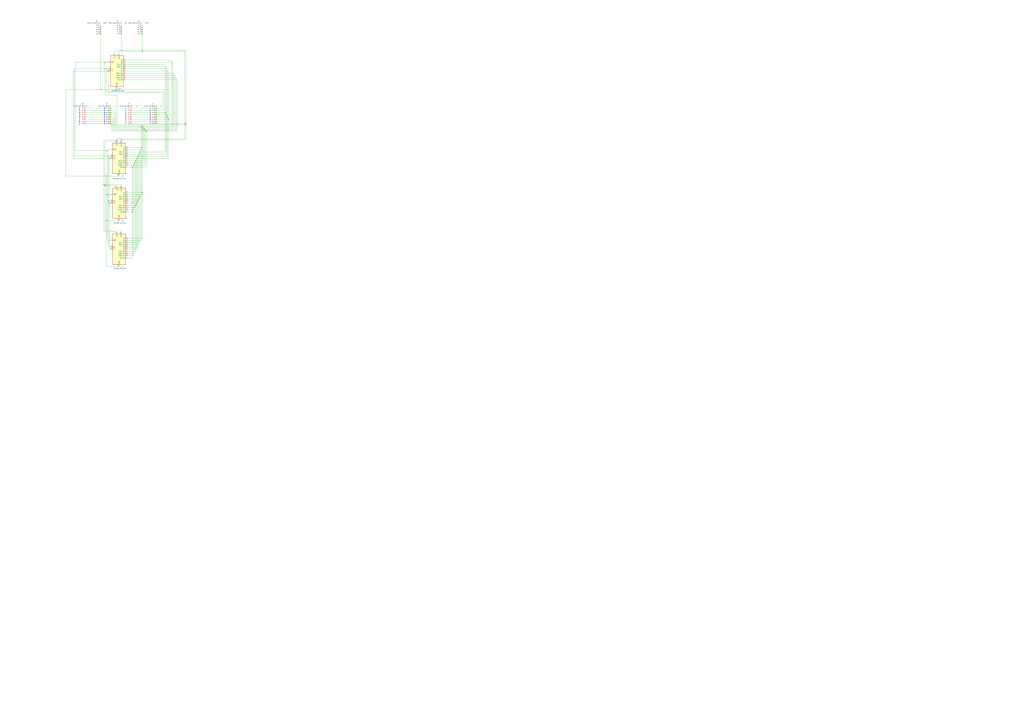
<source format=kicad_sch>
(kicad_sch (version 20250114) (generator "eeschema") (generator_version "9.0")
  (paper "A0")
  (lib_symbols
    (symbol "Connector:Conn_01x05_Pin" (pin_names (offset 1.016) (hide yes))
      (property "Reference" "J" (at 0 7.62 0))
      (property "Value" "Conn_01x05_Pin" (at 0 -7.62 0))
      (symbol "Conn_01x05_Pin_1_1"
        (rectangle (start 0.8636 5.207) (end 0 4.953) (stroke (width 0.1524)) (fill (type outline)))
        (rectangle (start 0.8636 2.667) (end 0 2.413) (stroke (width 0.1524)) (fill (type outline)))
        (rectangle (start 0.8636 0.127) (end 0 -0.127) (stroke (width 0.1524)) (fill (type outline)))
        (rectangle (start 0.8636 -2.413) (end 0 -2.667) (stroke (width 0.1524)) (fill (type outline)))
        (rectangle (start 0.8636 -4.953) (end 0 -5.207) (stroke (width 0.1524)) (fill (type outline)))
        (polyline (pts (xy 1.27 5.08) (xy 0.8636 5.08)) (stroke (width 0.1524)))
        (polyline (pts (xy 1.27 2.54) (xy 0.8636 2.54)) (stroke (width 0.1524)))
        (polyline (pts (xy 1.27 0) (xy 0.8636 0)) (stroke (width 0.1524)))
        (polyline (pts (xy 1.27 -2.54) (xy 0.8636 -2.54)) (stroke (width 0.1524)))
        (polyline (pts (xy 1.27 -5.08) (xy 0.8636 -5.08)) (stroke (width 0.1524)))
        (pin passive line (at 5.08 5.08 180) (length 3.81) (name "Pin_1") (number "1"))
        (pin passive line (at 5.08 2.54 180) (length 3.81) (name "Pin_2") (number "2"))
        (pin passive line (at 5.08 0 180) (length 3.81) (name "Pin_3") (number "3"))
        (pin passive line (at 5.08 -2.54 180) (length 3.81) (name "Pin_4") (number "4"))
        (pin passive line (at 5.08 -5.08 180) (length 3.81) (name "Pin_5") (number "5"))
      )
    )
    (symbol "Connector:Conn_01x08_Pin" (pin_names (offset 1.016) (hide yes))
      (property "Reference" "J" (at 0 10.16 0))
      (property "Value" "Conn_01x08_Pin" (at 0 -12.7 0))
      (symbol "Conn_01x08_Pin_1_1"
        (rectangle (start 0.8636 7.747) (end 0 7.493) (stroke (width 0.1524)) (fill (type outline)))
        (rectangle (start 0.8636 5.207) (end 0 4.953) (stroke (width 0.1524)) (fill (type outline)))
        (rectangle (start 0.8636 2.667) (end 0 2.413) (stroke (width 0.1524)) (fill (type outline)))
        (rectangle (start 0.8636 0.127) (end 0 -0.127) (stroke (width 0.1524)) (fill (type outline)))
        (rectangle (start 0.8636 -2.413) (end 0 -2.667) (stroke (width 0.1524)) (fill (type outline)))
        (rectangle (start 0.8636 -4.953) (end 0 -5.207) (stroke (width 0.1524)) (fill (type outline)))
        (rectangle (start 0.8636 -7.493) (end 0 -7.747) (stroke (width 0.1524)) (fill (type outline)))
        (rectangle (start 0.8636 -10.033) (end 0 -10.287) (stroke (width 0.1524)) (fill (type outline)))
        (polyline (pts (xy 1.27 7.62) (xy 0.8636 7.62)) (stroke (width 0.1524)))
        (polyline (pts (xy 1.27 5.08) (xy 0.8636 5.08)) (stroke (width 0.1524)))
        (polyline (pts (xy 1.27 2.54) (xy 0.8636 2.54)) (stroke (width 0.1524)))
        (polyline (pts (xy 1.27 0) (xy 0.8636 0)) (stroke (width 0.1524)))
        (polyline (pts (xy 1.27 -2.54) (xy 0.8636 -2.54)) (stroke (width 0.1524)))
        (polyline (pts (xy 1.27 -5.08) (xy 0.8636 -5.08)) (stroke (width 0.1524)))
        (polyline (pts (xy 1.27 -7.62) (xy 0.8636 -7.62)) (stroke (width 0.1524)))
        (polyline (pts (xy 1.27 -10.16) (xy 0.8636 -10.16)) (stroke (width 0.1524)))
        (pin passive line (at 5.08 7.62 180) (length 3.81) (name "Pin_1") (number "1"))
        (pin passive line (at 5.08 5.08 180) (length 3.81) (name "Pin_2") (number "2"))
        (pin passive line (at 5.08 2.54 180) (length 3.81) (name "Pin_3") (number "3"))
        (pin passive line (at 5.08 0 180) (length 3.81) (name "Pin_4") (number "4"))
        (pin passive line (at 5.08 -2.54 180) (length 3.81) (name "Pin_5") (number "5"))
        (pin passive line (at 5.08 -5.08 180) (length 3.81) (name "Pin_6") (number "6"))
        (pin passive line (at 5.08 -7.62 180) (length 3.81) (name "Pin_7") (number "7"))
        (pin passive line (at 5.08 -10.16 180) (length 3.81) (name "Pin_8") (number "8"))
      )
    )
    (symbol "RF_Module:WEMOS_D1_mini"
      (property "Reference" "U" (at 3.81 19.05 0))
      (property "Value" "WEMOS_D1_mini" (at 1.27 -19.05 0))
      (symbol "WEMOS_D1_mini_1_1"
        (rectangle (start -7.62 17.78) (end 7.62 -17.78) (stroke (width 0.254)) (fill (type background)))
        (pin input line (at -10.16 10.16 0) (length 2.54) (name "~{RST}") (number "1"))
        (pin input line (at -10.16 2.54 0) (length 2.54) (name "RX") (number "15"))
        (pin output line (at -10.16 0 0) (length 2.54) (name "TX") (number "16"))
        (pin power_in line (at -2.54 20.32 270) (length 2.54) (name "5V") (number "9"))
        (pin power_in line (at 0 -20.32 90) (length 2.54) (name "GND") (number "10"))
        (pin power_out line (at 2.54 20.32 270) (length 2.54) (name "3V3") (number "8"))
        (pin input line (at 10.16 12.7 180) (length 2.54) (name "A0") (number "2"))
        (pin bidirectional line (at 10.16 10.16 180) (length 2.54) (name "D0") (number "3"))
        (pin bidirectional line (at 10.16 7.62 180) (length 2.54) (name "SCL/D1") (number "14"))
        (pin bidirectional line (at 10.16 5.08 180) (length 2.54) (name "SDA/D2") (number "13"))
        (pin bidirectional line (at 10.16 2.54 180) (length 2.54) (name "D3") (number "12"))
        (pin bidirectional line (at 10.16 0 180) (length 2.54) (name "D4") (number "11"))
        (pin bidirectional line (at 10.16 -2.54 180) (length 2.54) (name "SCK/D5") (number "4"))
        (pin bidirectional line (at 10.16 -5.08 180) (length 2.54) (name "MISO/D6") (number "5"))
        (pin bidirectional line (at 10.16 -7.62 180) (length 2.54) (name "MOSI/D7") (number "6"))
        (pin bidirectional line (at 10.16 -10.16 180) (length 2.54) (name "CS/D8") (number "7"))
      )
    )
  )
  (text "5V G D4 D3 D2 D1 RX TX" (at 146.05 134.874 90) (effects (font (size 0.9652 0.9652))))
  (text "3V D8 D7 D6 D5 D0 A0 RS" (at 92.456 135.128 90) (effects (font (size 0.9652 0.9652))))
  (text "5V G D4 D3 D2 D1 RX TX" (at 174.498 134.874 90) (effects (font (size 0.9652 0.9652))))
  (text "3V D8 D7 D6 D5 D0 A0 RS" (at 121.412 134.874 90) (effects (font (size 0.9652 0.9652))))
  (junction (at 160.02 181.61))
  (junction (at 165.1 31.75))
  (junction (at 195.58 138.43))
  (junction (at 128.27 128.27))
  (junction (at 128.27 140.97))
  (junction (at 156.21 241.3))
  (junction (at 124.46 175.26))
  (junction (at 116.84 104.14))
  (junction (at 128.27 130.81))
  (junction (at 160.02 233.68))
  (junction (at 214.63 143.51))
  (junction (at 120.65 214.63))
  (junction (at 128.27 125.73))
  (junction (at 163.83 147.32))
  (junction (at 140.97 36.83))
  (junction (at 116.84 34.29))
  (junction (at 168.91 151.13))
  (junction (at 116.84 39.37))
  (junction (at 158.75 236.22))
  (junction (at 123.19 256.54))
  (junction (at 135.89 163.83))
  (junction (at 128.27 143.51))
  (junction (at 194.31 135.89))
  (junction (at 181.61 140.97))
  (junction (at 127 236.22))
  (junction (at 154.94 243.84))
  (junction (at 135.89 104.14))
  (junction (at 157.48 186.69))
  (junction (at 165.1 59.69))
  (junction (at 158.75 184.15))
  (junction (at 181.61 138.43))
  (junction (at 165.1 171.45))
  (junction (at 154.94 191.77))
  (junction (at 128.27 135.89))
  (junction (at 116.84 31.75))
  (junction (at 181.61 135.89))
  (junction (at 128.27 133.35))
  (junction (at 191.77 130.81))
  (junction (at 140.97 39.37))
  (junction (at 127 184.15))
  (junction (at 140.97 31.75))
  (junction (at 181.61 133.35))
  (junction (at 124.46 226.06))
  (junction (at 162.56 176.53))
  (junction (at 140.97 58.42))
  (junction (at 166.37 148.59))
  (junction (at 165.1 34.29))
  (junction (at 128.27 138.43))
  (junction (at 181.61 143.51))
  (junction (at 125.73 181.61))
  (junction (at 165.1 39.37))
  (junction (at 165.1 223.52))
  (junction (at 161.29 231.14))
  (junction (at 140.97 34.29))
  (junction (at 161.29 179.07))
  (junction (at 165.1 146.05))
  (junction (at 153.67 194.31))
  (junction (at 193.04 133.35))
  (junction (at 162.56 228.6))
  (junction (at 181.61 125.73))
  (junction (at 140.97 162.56))
  (junction (at 163.83 173.99))
  (junction (at 123.19 80.01))
  (junction (at 157.48 238.76))
  (junction (at 165.1 36.83))
  (junction (at 170.18 152.4))
  (junction (at 163.83 226.06))
  (junction (at 167.64 149.86))
  (junction (at 121.92 215.9))
  (junction (at 123.19 204.47))
  (junction (at 125.73 233.68))
  (junction (at 215.9 144.78))
  (junction (at 121.92 72.39))
  (junction (at 153.67 246.38))
  (junction (at 116.84 36.83))
  (junction (at 181.61 128.27))
  (junction (at 156.21 189.23))
  (junction (at 181.61 130.81))
  (junction (at 125.73 82.55))
  (wire (pts (xy 191.77 130.81) (xy 191.77 74.93)))
  (wire (pts (xy 166.37 148.59) (xy 133.35 148.59)))
  (wire (pts (xy 167.64 189.23) (xy 167.64 149.86)))
  (wire (pts (xy 127 236.22) (xy 127 184.15)))
  (wire (pts (xy 140.97 39.37) (xy 140.97 58.42)))
  (wire (pts (xy 189.23 107.95) (xy 189.23 125.73)))
  (wire (pts (xy 153.67 299.72) (xy 153.67 246.38)))
  (wire (pts (xy 123.19 80.01) (xy 123.19 106.68)))
  (wire (pts (xy 120.65 267.97) (xy 140.97 267.97)))
  (wire (pts (xy 128.27 143.51) (xy 128.27 144.78)))
  (wire (pts (xy 85.09 82.55) (xy 85.09 184.15)))
  (wire (pts (xy 161.29 179.07) (xy 193.04 179.07)))
  (wire (pts (xy 86.36 80.01) (xy 86.36 181.61)))
  (wire (pts (xy 153.67 246.38) (xy 153.67 194.31)))
  (wire (pts (xy 165.1 59.69) (xy 215.9 59.69)))
  (wire (pts (xy 125.73 233.68) (xy 125.73 287.02)))
  (wire (pts (xy 215.9 144.78) (xy 215.9 59.69)))
  (wire (pts (xy 140.97 36.83) (xy 140.97 39.37)))
  (wire (pts (xy 157.48 186.69) (xy 148.59 186.69)))
  (wire (pts (xy 165.1 146.05) (xy 135.89 146.05)))
  (wire (pts (xy 123.19 204.47) (xy 76.2 204.47)))
  (wire (pts (xy 201.93 148.59) (xy 166.37 148.59)))
  (wire (pts (xy 154.94 297.18) (xy 154.94 243.84)))
  (wire (pts (xy 148.59 299.72) (xy 153.67 299.72)))
  (wire (pts (xy 148.59 189.23) (xy 156.21 189.23)))
  (wire (pts (xy 87.63 72.39) (xy 87.63 175.26)))
  (wire (pts (xy 130.81 138.43) (xy 128.27 138.43)))
  (wire (pts (xy 162.56 228.6) (xy 162.56 176.53)))
  (wire (pts (xy 148.59 238.76) (xy 157.48 238.76)))
  (wire (pts (xy 196.85 104.14) (xy 196.85 140.97)))
  (wire (pts (xy 200.66 72.39) (xy 200.66 147.32)))
  (wire (pts (xy 167.64 149.86) (xy 203.2 149.86)))
  (wire (pts (xy 123.19 106.68) (xy 190.5 106.68)))
  (wire (pts (xy 146.05 90.17) (xy 204.47 90.17)))
  (wire (pts (xy 191.77 130.81) (xy 191.77 176.53)))
  (wire (pts (xy 140.97 215.9) (xy 140.97 214.63)))
  (wire (pts (xy 163.83 147.32) (xy 134.62 147.32)))
  (wire (pts (xy 100.33 130.81) (xy 128.27 130.81)))
  (wire (pts (xy 123.19 80.01) (xy 86.36 80.01)))
  (wire (pts (xy 205.74 152.4) (xy 205.74 92.71)))
  (wire (pts (xy 214.63 58.42) (xy 214.63 143.51)))
  (wire (pts (xy 140.97 162.56) (xy 215.9 162.56)))
  (wire (pts (xy 100.33 135.89) (xy 128.27 135.89)))
  (wire (pts (xy 140.97 31.75) (xy 140.97 34.29)))
  (wire (pts (xy 129.54 140.97) (xy 129.54 152.4)))
  (wire (pts (xy 160.02 181.61) (xy 148.59 181.61)))
  (wire (pts (xy 205.74 92.71) (xy 146.05 92.71)))
  (wire (pts (xy 181.61 128.27) (xy 190.5 128.27)))
  (wire (pts (xy 193.04 179.07) (xy 193.04 133.35)))
  (wire (pts (xy 170.18 194.31) (xy 170.18 152.4)))
  (wire (pts (xy 127 289.56) (xy 128.27 289.56)))
  (wire (pts (xy 154.94 243.84) (xy 148.59 243.84)))
  (wire (pts (xy 193.04 133.35) (xy 193.04 77.47)))
  (wire (pts (xy 125.73 181.61) (xy 128.27 181.61)))
  (wire (pts (xy 128.27 144.78) (xy 215.9 144.78)))
  (wire (pts (xy 196.85 104.14) (xy 135.89 104.14)))
  (wire (pts (xy 125.73 287.02) (xy 128.27 287.02)))
  (wire (pts (xy 128.27 233.68) (xy 125.73 233.68)))
  (wire (pts (xy 148.59 231.14) (xy 161.29 231.14)))
  (wire (pts (xy 127 184.15) (xy 85.09 184.15)))
  (wire (pts (xy 203.2 149.86) (xy 203.2 87.63)))
  (wire (pts (xy 168.91 191.77) (xy 168.91 151.13)))
  (wire (pts (xy 128.27 135.89) (xy 132.08 135.89)))
  (wire (pts (xy 181.61 130.81) (xy 191.77 130.81)))
  (wire (pts (xy 140.97 29.21) (xy 140.97 31.75)))
  (wire (pts (xy 148.59 233.68) (xy 160.02 233.68)))
  (wire (pts (xy 116.84 29.21) (xy 116.84 31.75)))
  (wire (pts (xy 116.84 36.83) (xy 116.84 39.37)))
  (wire (pts (xy 181.61 135.89) (xy 153.67 135.89)))
  (wire (pts (xy 199.39 146.05) (xy 165.1 146.05)))
  (wire (pts (xy 125.73 82.55) (xy 85.09 82.55)))
  (wire (pts (xy 162.56 176.53) (xy 191.77 176.53)))
  (wire (pts (xy 157.48 238.76) (xy 157.48 186.69)))
  (wire (pts (xy 165.1 39.37) (xy 165.1 59.69)))
  (wire (pts (xy 121.92 215.9) (xy 121.92 163.83)))
  (wire (pts (xy 124.46 279.4) (xy 128.27 279.4)))
  (wire (pts (xy 165.1 171.45) (xy 165.1 223.52)))
  (wire (pts (xy 116.84 104.14) (xy 76.2 104.14)))
  (wire (pts (xy 194.31 135.89) (xy 194.31 80.01)))
  (wire (pts (xy 162.56 281.94) (xy 148.59 281.94)))
  (wire (pts (xy 204.47 151.13) (xy 168.91 151.13)))
  (wire (pts (xy 153.67 194.31) (xy 170.18 194.31)))
  (wire (pts (xy 148.59 184.15) (xy 158.75 184.15)))
  (wire (pts (xy 154.94 191.77) (xy 168.91 191.77)))
  (wire (pts (xy 163.83 173.99) (xy 163.83 226.06)))
  (wire (pts (xy 138.43 59.69) (xy 138.43 62.23)))
  (wire (pts (xy 130.81 151.13) (xy 130.81 138.43)))
  (wire (pts (xy 128.27 173.99) (xy 124.46 173.99)))
  (wire (pts (xy 165.1 36.83) (xy 165.1 39.37)))
  (wire (pts (xy 127 184.15) (xy 128.27 184.15)))
  (wire (pts (xy 195.58 82.55) (xy 146.05 82.55)))
  (wire (pts (xy 123.19 256.54) (xy 123.19 309.88)))
  (wire (pts (xy 195.58 184.15) (xy 195.58 138.43)))
  (wire (pts (xy 140.97 34.29) (xy 140.97 36.83)))
  (wire (pts (xy 120.65 214.63) (xy 120.65 267.97)))
  (wire (pts (xy 146.05 85.09) (xy 201.93 85.09)))
  (wire (pts (xy 181.61 138.43) (xy 195.58 138.43)))
  (wire (pts (xy 140.97 58.42) (xy 133.35 58.42)))
  (wire (pts (xy 135.89 215.9) (xy 121.92 215.9)))
  (wire (pts (xy 124.46 173.99) (xy 124.46 175.26)))
  (wire (pts (xy 165.1 59.69) (xy 138.43 59.69)))
  (wire (pts (xy 125.73 82.55) (xy 125.73 107.95)))
  (wire (pts (xy 194.31 181.61) (xy 194.31 135.89)))
  (wire (pts (xy 135.89 104.14) (xy 135.89 102.87)))
  (wire (pts (xy 121.92 72.39) (xy 121.92 110.49)))
  (wire (pts (xy 158.75 236.22) (xy 158.75 289.56)))
  (wire (pts (xy 125.73 233.68) (xy 125.73 181.61)))
  (wire (pts (xy 121.92 269.24) (xy 135.89 269.24)))
  (wire (pts (xy 138.43 256.54) (xy 123.19 256.54)))
  (wire (pts (xy 153.67 194.31) (xy 148.59 194.31)))
  (wire (pts (xy 132.08 135.89) (xy 132.08 149.86)))
  (wire (pts (xy 127 236.22) (xy 127 289.56)))
  (wire (pts (xy 148.59 236.22) (xy 158.75 236.22)))
  (wire (pts (xy 153.67 138.43) (xy 181.61 138.43)))
  (wire (pts (xy 148.59 173.99) (xy 163.83 173.99)))
  (wire (pts (xy 133.35 133.35) (xy 128.27 133.35)))
  (wire (pts (xy 121.92 110.49) (xy 135.89 110.49)))
  (wire (pts (xy 160.02 287.02) (xy 148.59 287.02)))
  (wire (pts (xy 153.67 130.81) (xy 181.61 130.81)))
  (wire (pts (xy 193.04 77.47) (xy 146.05 77.47)))
  (wire (pts (xy 129.54 152.4) (xy 170.18 152.4)))
  (wire (pts (xy 128.27 226.06) (xy 124.46 226.06)))
  (wire (pts (xy 158.75 289.56) (xy 148.59 289.56)))
  (wire (pts (xy 121.92 163.83) (xy 135.89 163.83)))
  (wire (pts (xy 170.18 152.4) (xy 205.74 152.4)))
  (wire (pts (xy 124.46 226.06) (xy 124.46 279.4)))
  (wire (pts (xy 133.35 58.42) (xy 133.35 62.23)))
  (wire (pts (xy 135.89 125.73) (xy 128.27 125.73)))
  (wire (pts (xy 195.58 138.43) (xy 195.58 82.55)))
  (wire (pts (xy 160.02 233.68) (xy 160.02 287.02)))
  (wire (pts (xy 189.23 125.73) (xy 181.61 125.73)))
  (wire (pts (xy 125.73 107.95) (xy 189.23 107.95)))
  (wire (pts (xy 148.59 228.6) (xy 162.56 228.6)))
  (wire (pts (xy 196.85 140.97) (xy 181.61 140.97)))
  (wire (pts (xy 148.59 276.86) (xy 165.1 276.86)))
  (wire (pts (xy 165.1 29.21) (xy 165.1 31.75)))
  (wire (pts (xy 165.1 31.75) (xy 165.1 34.29)))
  (wire (pts (xy 153.67 246.38) (xy 148.59 246.38)))
  (wire (pts (xy 181.61 143.51) (xy 214.63 143.51)))
  (wire (pts (xy 148.59 297.18) (xy 154.94 297.18)))
  (wire (pts (xy 135.89 128.27) (xy 128.27 128.27)))
  (wire (pts (xy 87.63 175.26) (xy 124.46 175.26)))
  (wire (pts (xy 165.1 223.52) (xy 148.59 223.52)))
  (wire (pts (xy 148.59 241.3) (xy 156.21 241.3)))
  (wire (pts (xy 204.47 90.17) (xy 204.47 151.13)))
  (wire (pts (xy 123.19 204.47) (xy 138.43 204.47)))
  (wire (pts (xy 163.83 173.99) (xy 163.83 147.32)))
  (wire (pts (xy 154.94 191.77) (xy 154.94 243.84)))
  (wire (pts (xy 125.73 72.39) (xy 121.92 72.39)))
  (wire (pts (xy 123.19 256.54) (xy 123.19 204.47)))
  (wire (pts (xy 135.89 110.49) (xy 135.89 125.73)))
  (wire (pts (xy 161.29 179.07) (xy 161.29 231.14)))
  (wire (pts (xy 128.27 140.97) (xy 100.33 140.97)))
  (wire (pts (xy 181.61 135.89) (xy 194.31 135.89)))
  (wire (pts (xy 128.27 133.35) (xy 100.33 133.35)))
  (wire (pts (xy 148.59 226.06) (xy 163.83 226.06)))
  (wire (pts (xy 135.89 161.29) (xy 214.63 161.29)))
  (wire (pts (xy 120.65 214.63) (xy 120.65 162.56)))
  (wire (pts (xy 148.59 191.77) (xy 154.94 191.77)))
  (wire (pts (xy 135.89 146.05) (xy 135.89 128.27)))
  (wire (pts (xy 160.02 181.61) (xy 160.02 233.68)))
  (wire (pts (xy 86.36 181.61) (xy 125.73 181.61)))
  (wire (pts (xy 100.33 138.43) (xy 128.27 138.43)))
  (wire (pts (xy 128.27 236.22) (xy 127 236.22)))
  (wire (pts (xy 214.63 58.42) (xy 140.97 58.42)))
  (wire (pts (xy 121.92 72.39) (xy 87.63 72.39)))
  (wire (pts (xy 181.61 133.35) (xy 193.04 133.35)))
  (wire (pts (xy 168.91 151.13) (xy 130.81 151.13)))
  (wire (pts (xy 157.48 186.69) (xy 166.37 186.69)))
  (wire (pts (xy 116.84 34.29) (xy 116.84 36.83)))
  (wire (pts (xy 124.46 175.26) (xy 124.46 226.06)))
  (wire (pts (xy 156.21 241.3) (xy 156.21 294.64)))
  (wire (pts (xy 116.84 39.37) (xy 116.84 104.14)))
  (wire (pts (xy 191.77 74.93) (xy 146.05 74.93)))
  (wire (pts (xy 181.61 143.51) (xy 153.67 143.51)))
  (wire (pts (xy 148.59 179.07) (xy 161.29 179.07)))
  (wire (pts (xy 190.5 106.68) (xy 190.5 128.27)))
  (wire (pts (xy 146.05 72.39) (xy 200.66 72.39)))
  (wire (pts (xy 203.2 87.63) (xy 146.05 87.63)))
  (wire (pts (xy 165.1 223.52) (xy 165.1 276.86)))
  (wire (pts (xy 161.29 231.14) (xy 161.29 284.48)))
  (wire (pts (xy 200.66 147.32) (xy 163.83 147.32)))
  (wire (pts (xy 132.08 149.86) (xy 167.64 149.86)))
  (wire (pts (xy 125.73 80.01) (xy 123.19 80.01)))
  (wire (pts (xy 120.65 162.56) (xy 140.97 162.56)))
  (wire (pts (xy 181.61 133.35) (xy 153.67 133.35)))
  (wire (pts (xy 163.83 279.4) (xy 148.59 279.4)))
  (wire (pts (xy 160.02 181.61) (xy 194.31 181.61)))
  (wire (pts (xy 140.97 214.63) (xy 120.65 214.63)))
  (wire (pts (xy 157.48 238.76) (xy 157.48 292.1)))
  (wire (pts (xy 165.1 34.29) (xy 165.1 36.83)))
  (wire (pts (xy 194.31 80.01) (xy 146.05 80.01)))
  (wire (pts (xy 181.61 140.97) (xy 153.67 140.97)))
  (wire (pts (xy 116.84 104.14) (xy 135.89 104.14)))
  (wire (pts (xy 199.39 69.85) (xy 199.39 146.05)))
  (wire (pts (xy 153.67 125.73) (xy 181.61 125.73)))
  (wire (pts (xy 153.67 128.27) (xy 181.61 128.27)))
  (wire (pts (xy 140.97 163.83) (xy 140.97 162.56)))
  (wire (pts (xy 134.62 130.81) (xy 128.27 130.81)))
  (wire (pts (xy 128.27 125.73) (xy 100.33 125.73)))
  (wire (pts (xy 128.27 140.97) (xy 129.54 140.97)))
  (wire (pts (xy 138.43 309.88) (xy 123.19 309.88)))
  (wire (pts (xy 146.05 69.85) (xy 199.39 69.85)))
  (wire (pts (xy 134.62 147.32) (xy 134.62 130.81)))
  (wire (pts (xy 158.75 184.15) (xy 158.75 236.22)))
  (wire (pts (xy 166.37 186.69) (xy 166.37 148.59)))
  (wire (pts (xy 162.56 176.53) (xy 148.59 176.53)))
  (wire (pts (xy 214.63 143.51) (xy 214.63 161.29)))
  (wire (pts (xy 157.48 292.1) (xy 148.59 292.1)))
  (wire (pts (xy 161.29 284.48) (xy 148.59 284.48)))
  (wire (pts (xy 156.21 189.23) (xy 167.64 189.23)))
  (wire (pts (xy 156.21 189.23) (xy 156.21 241.3)))
  (wire (pts (xy 76.2 104.14) (xy 76.2 204.47)))
  (wire (pts (xy 215.9 162.56) (xy 215.9 144.78)))
  (wire (pts (xy 156.21 294.64) (xy 148.59 294.64)))
  (wire (pts (xy 165.1 171.45) (xy 165.1 146.05)))
  (wire (pts (xy 116.84 31.75) (xy 116.84 34.29)))
  (wire (pts (xy 163.83 226.06) (xy 163.83 279.4)))
  (wire (pts (xy 100.33 143.51) (xy 128.27 143.51)))
  (wire (pts (xy 148.59 171.45) (xy 165.1 171.45)))
  (wire (pts (xy 121.92 215.9) (xy 121.92 269.24)))
  (wire (pts (xy 162.56 228.6) (xy 162.56 281.94)))
  (wire (pts (xy 135.89 163.83) (xy 135.89 161.29)))
  (wire (pts (xy 128.27 128.27) (xy 100.33 128.27)))
  (wire (pts (xy 133.35 148.59) (xy 133.35 133.35)))
  (wire (pts (xy 201.93 85.09) (xy 201.93 148.59)))
  (wire (pts (xy 140.97 267.97) (xy 140.97 269.24)))
  (wire (pts (xy 158.75 184.15) (xy 195.58 184.15)))
  (symbol (lib_id "Connector:Conn_01x08_Pin") (at 95.25 133.35 0) (unit 1)
    (property "Reference" "J6" (at 95.885 120.65 0))
    (property "Value" "Conn_01x08_Pin - L" (at 95.885 123.19 0))
    (property "Description" "Generic connector, single row, 01x08, script generated" (effects (hide yes)))
  )
  (symbol (lib_id "Connector:Conn_01x08_Pin") (at 176.53 133.35 0) (unit 1)
    (property "Reference" "J7" (at 177.165 120.65 0))
    (property "Value" "Conn_01x08_Pin - R" (at 177.165 123.19 0))
    (property "Description" "Generic connector, single row, 01x08, script generated" (effects (hide yes)))
  )
  (symbol (lib_id "Connector:Conn_01x08_Pin") (at 148.59 133.35 0) (unit 1)
    (property "Reference" "J1" (at 149.225 120.65 0))
    (property "Value" "Conn_01x08_Pin - R" (at 149.225 123.19 0))
    (property "Description" "Generic connector, single row, 01x08, script generated" (effects (hide yes)))
  )
  (symbol (lib_id "Connector:Conn_01x08_Pin") (at 123.19 133.35 0) (unit 1)
    (property "Reference" "J2" (at 123.825 120.65 0))
    (property "Value" "Conn_01x08_Pin - L" (at 123.825 123.19 0))
    (property "Description" "Generic connector, single row, 01x08, script generated" (effects (hide yes)))
  )
  (symbol (lib_id "Connector:Conn_01x05_Pin") (at 111.76 34.29 0) (unit 1)
    (property "Reference" "J5" (at 112.395 24.13 0))
    (property "Value" "Conn_01x05_Pin - GND" (at 112.395 26.67 0))
    (property "Description" "Generic connector, single row, 01x05, script generated" (effects (hide yes)))
  )
  (symbol (lib_id "RF_Module:WEMOS_D1_mini") (at 138.43 236.22 0) (unit 1)
    (property "Reference" "U3" (at 140.5733 256.54 0) (effects (justify left)))
    (property "Value" "WEMOS_D1_mini" (at 131.572 259.08 0) (effects (justify left)))
    (property "Footprint" "RF_Module:WEMOS_D1_mini_light" (effects (hide yes)))
    (property "Datasheet" "https://wiki.wemos.cc/products:d1:d1_mini#documentation" (effects (hide yes)))
    (property "Description" "32-bit microcontroller module with WiFi" (effects (hide yes)))
  )
  (symbol (lib_id "RF_Module:WEMOS_D1_mini") (at 138.43 289.56 0) (unit 1)
    (property "Reference" "U4" (at 140.5733 309.88 0) (effects (justify left)))
    (property "Value" "WEMOS_D1_mini" (at 131.572 311.912 0) (effects (justify left)))
    (property "Footprint" "RF_Module:WEMOS_D1_mini_light" (effects (hide yes)))
    (property "Datasheet" "https://wiki.wemos.cc/products:d1:d1_mini#documentation" (effects (hide yes)))
    (property "Description" "32-bit microcontroller module with WiFi" (effects (hide yes)))
  )
  (symbol (lib_id "Connector:Conn_01x05_Pin") (at 160.02 34.29 0) (unit 1)
    (property "Reference" "J3" (at 160.655 24.13 0))
    (property "Value" "Conn_01x05_Pin - 3.3V" (at 160.655 26.67 0))
    (property "Description" "Generic connector, single row, 01x05, script generated" (effects (hide yes)))
  )
  (symbol (lib_id "RF_Module:WEMOS_D1_mini") (at 135.89 82.55 0) (unit 1)
    (property "Reference" "U1" (at 138.0333 102.87 0) (effects (justify left)))
    (property "Value" "WEMOS_D1_mini" (at 129.286 105.41 0) (effects (justify left)))
    (property "Footprint" "RF_Module:WEMOS_D1_mini_light" (effects (hide yes)))
    (property "Datasheet" "https://wiki.wemos.cc/products:d1:d1_mini#documentation" (effects (hide yes)))
    (property "Description" "32-bit microcontroller module with WiFi" (effects (hide yes)))
  )
  (symbol (lib_id "Connector:Conn_01x05_Pin") (at 135.89 34.29 0) (unit 1)
    (property "Reference" "J4" (at 136.525 24.13 0))
    (property "Value" "Conn_01x05_Pin - 5V" (at 136.525 26.67 0))
    (property "Description" "Generic connector, single row, 01x05, script generated" (effects (hide yes)))
  )
  (symbol (lib_id "RF_Module:WEMOS_D1_mini") (at 138.43 184.15 0) (unit 1)
    (property "Reference" "U2" (at 140.5733 204.47 0) (effects (justify left)))
    (property "Value" "WEMOS_D1_mini" (at 130.81 207.518 0) (effects (justify left)))
    (property "Footprint" "RF_Module:WEMOS_D1_mini_light" (effects (hide yes)))
    (property "Datasheet" "https://wiki.wemos.cc/products:d1:d1_mini#documentation" (effects (hide yes)))
    (property "Description" "32-bit microcontroller module with WiFi" (effects (hide yes)))
  )
)
</source>
